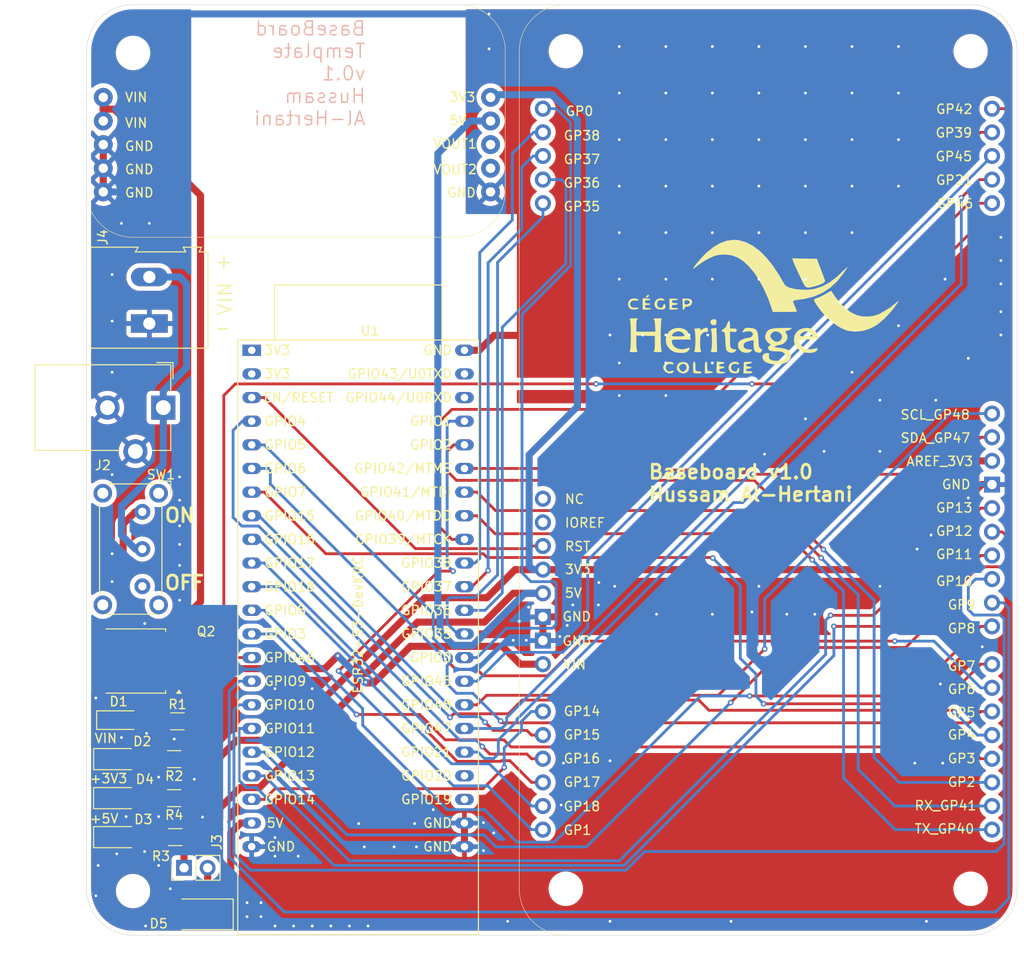
<source format=kicad_pcb>
(kicad_pcb (version 20240108) (generator "pcbnew") (generator_version "8.0")
  (layers (0 "F.Cu" signal) (31 "B.Cu" signal) (34 "B.Paste" user) (35 "F.Paste" user) (36 "B.SilkS" user "B.Silkscreen") (37 "F.SilkS" user "F.Silkscreen") (38 "B.Mask" user) (39 "F.Mask" user) (44 "Edge.Cuts" user))
  (net 0 "")
  (net 1 "Net-(D1-A)")
  (net 2 "VIN")
  (net 3 "Net-(D2-A)")
  (net 4 "GND")
  (net 5 "Net-(D3-A)")
  (net 6 "Net-(D4-A)")
  (net 8 "GP6")
  (net 9 "GP3")
  (net 10 "GP36")
  (net 11 "+3V3")
  (net 12 "GP17")
  (net 13 "GP42")
  (net 14 "GP8")
  (net 15 "GP48")
  (net 16 "GP18")
  (net 18 "GP40")
  (net 19 "GP9")
  (net 20 "GP14")
  (net 21 "GP37")
  (net 22 "+5V")
  (net 23 "GP10")
  (net 24 "GP7")
  (net 25 "~{RST}")
  (net 27 "GP45")
  (net 28 "GP46")
  (net 29 "GP12")
  (net 30 "GP4")
  (net 31 "GP35")
  (net 32 "GP16")
  (net 33 "GP5")
  (net 34 "GP1")
  (net 35 "GP0")
  (net 37 "GP39")
  (net 38 "GP38")
  (net 39 "GP41")
  (net 42 "GP21")
  (net 43 "GP11")
  (net 44 "GP13")
  (net 45 "GP15")
  (net 46 "GP2")
  (net 47 "GP47")
  (net 50 "/PWRA")
  (net 51 "/PWRB")
  (net 55 "/5V_AFT1")
  (net 56 "/5V_AFT2")
  (footprint "Resistor_SMD:R_1206_3216Metric_Pad1.30x1.75mm_HandSolder" (layer "F.Cu") (at 82.524 127.508)
    (property "Reference" "R1")
    (property "Value" "100k")
  )
  (footprint "Package_TO_SOT_SMD:TO-252-2" (layer "F.Cu") (at 77.944 121.03 180)
    (property "Reference" "Q2")
    (property "Value" "DMP6180SK3")
  )
  (footprint "myparts:BaseBoardTemplate" (layer "F.Cu") (at 122.75 100.5)
    (property "Reference" "J1" (hide yes))
    (property "Value" "BaseBoard" (hide yes))
    (fp_line (start -50 45) (end -50 -45) (stroke (width 0.05)) (layer "Edge.Cuts"))
    (fp_line (start -45 -50) (end 45 -50) (stroke (width 0.05)) (layer "Edge.Cuts"))
    (fp_line (start 45 50) (end -45 50) (stroke (width 0.05)) (layer "Edge.Cuts"))
    (fp_line (start 50 -45) (end 50 45) (stroke (width 0.05)) (layer "Edge.Cuts"))
    (fp_arc (start -50 -45) (mid -48.535534 -48.535534) (end -45 -50) (stroke (width 0.05)) (layer "Edge.Cuts"))
    (fp_arc (start -45 50) (mid -48.535534 48.535534) (end -50 45) (stroke (width 0.05)) (layer "Edge.Cuts"))
    (fp_arc (start 45 -50) (mid 48.535534 -48.535534) (end 50 -45) (stroke (width 0.05)) (layer "Edge.Cuts"))
    (fp_arc (start 50 45) (mid 48.535534 48.535534) (end 45 50) (stroke (width 0.05)) (layer "Edge.Cuts"))
  )
  (footprint "TerminalBlock:TerminalBlock_Altech_AK300-2_P5.00mm" (layer "F.Cu") (at 79.5 84.765 90)
    (property "Reference" "J4")
    (property "Value" "Screw_Terminal_01x02")
  )
  (footprint "Resistor_SMD:R_1206_3216Metric_Pad1.30x1.75mm_HandSolder" (layer "F.Cu") (at 82.169 135.763 180)
    (property "Reference" "R4")
    (property "Value" "470")
  )
  (footprint "Diode_SMD:D_SOD-123" (layer "F.Cu") (at 76.201 127.381)
    (property "Reference" "D1")
    (property "Value" "MMSZ52XXB")
  )
  (footprint "LED_SMD:LED_1206_3216Metric_Pad1.42x1.75mm_HandSolder" (layer "F.Cu") (at 75.972 139.954)
    (property "Reference" "D3")
    (property "Value" "LED")
  )
  (footprint "Button_Switch_THT:SW_E-Switch_EG1224_SPDT_Angled" (layer "F.Cu") (at 78.75 105 -90)
    (property "Reference" "SW1")
    (property "Value" "SW_SPDT")
  )
  (footprint "LED_SMD:LED_1206_3216Metric_Pad1.42x1.75mm_HandSolder" (layer "F.Cu") (at 75.972 135.763)
    (property "Reference" "D4")
    (property "Value" "LED")
  )
  (footprint "LED_SMD:LED_1206_3216Metric_Pad1.42x1.75mm_HandSolder" (layer "F.Cu") (at 75.9825 131.572)
    (property "Reference" "D2")
    (property "Value" "LED")
  )
  (footprint "Espressif:ESP32-S3-DevKitC" (layer "F.Cu") (at 90.5 87.64)
    (property "Reference" "U1")
    (property "Value" "ESP32-S3-DevKitC")
  )
  (footprint "Connector_PinHeader_2.54mm:PinHeader_1x02_P2.54mm_Vertical" (layer "F.Cu") (at 83.225 143.25 90)
    (property "Reference" "J3")
    (property "Value" "Conn_01x02")
  )
  (footprint "Resistor_SMD:R_1206_3216Metric_Pad1.30x1.75mm_HandSolder" (layer "F.Cu") (at 82.169 131.572 180)
    (property "Reference" "R2")
    (property "Value" "2.4k")
  )
  (footprint "logos:heritage-logo" (layer "F.Cu") (at 145.034 82.931)
    (property "Reference" "G***" (hide yes))
    (property "Value" "LOGO" (hide yes))
  )
  (footprint "Resistor_SMD:R_1206_3216Metric_Pad1.30x1.75mm_HandSolder" (layer "F.Cu") (at 82.296 139.954 180)
    (property "Reference" "R3")
    (property "Value" "470")
  )
  (footprint "Diode_SMD:D_SMA" (layer "F.Cu") (at 85 148.25 180)
    (property "Reference" "D5")
    (property "Value" "LSM115JE3")
  )
  (footprint "Connector_BarrelJack:BarrelJack_CUI_PJ-102AH_Horizontal" (layer "F.Cu") (at 81 93.8 -90)
    (property "Reference" "J2")
    (property "Value" "Barrel_Jack_Switch")
  )
  (gr_text "VIN" (at 88.519 83.982464 90) (layer "F.SilkS") (effects (font (size 1.5 1.5)) (justify left bottom)))
  (gr_text "Baseboard v1.0\nHussam Al-Hertani" (at 133 104 0) (layer "F.SilkS") (effects (font (size 1.5 1.5) (thickness 0.3) (bold yes)) (justify left bottom)))
  (gr_text "+5V" (at 73.025 138.557 0) (layer "F.SilkS") (effects (font (size 1 1)) (justify left bottom)))
  (gr_text "-" (at 86.36 86.106 0) (layer "F.SilkS") (effects (font (size 1.5 1.5)) (justify left bottom)))
  (gr_text "ON\n\n\nOFF" (at 81 113.5 0) (layer "F.SilkS") (effects (font (size 1.5 1.5) (thickness 0.3) (bold yes)) (justify left bottom)))
  (gr_text "VIN" (at 73.533 129.921 0) (layer "F.SilkS") (effects (font (size 1 1)) (justify left bottom)))
  (gr_text "+" (at 86.487 78.994 0) (layer "F.SilkS") (effects (font (size 1.5 1.5)) (justify left bottom)))
  (gr_text "+3V3" (at 73.025 134.239 0) (layer "F.SilkS") (effects (font (size 1 1)) (justify left bottom)))
  (segment (start 77.6725 127.4775) (end 80.9275 127.4775) (width 0.3048) (layer "F.Cu") (net 1))
  (segment (start 82.423 124.587) (end 82.55 124.587) (width 0.3048) (layer "F.Cu") (net 1))
  (segment (start 80.9275 127.4775) (end 80.9275 126.0825) (width 0.3048) (layer "F.Cu") (net 1))
  (segment (start 80.9275 127.4775) (end 80.95 127.5) (width 0.3048) (layer "F.Cu") (net 1))
  (segment (start 82.984 124.153) (end 82.984 123.31) (width 0.3048) (layer "F.Cu") (net 1))
  (segment (start 82.55 124.587) (end 82.984 124.153) (width 0.3048) (layer "F.Cu") (net 1))
  (segment (start 80.9275 126.0825) (end 82.423 124.587) (width 0.3048) (layer "F.Cu") (net 1))
  (segment (start 102.803 123.3881) (end 102.7318 123.3169) (width 0.762) (layer "F.Cu") (net 2))
  (segment (start 82.984 116.66) (end 82.984 118.75) (width 0.762) (layer "F.Cu") (net 2))
  (segment (start 98.3544 121.8487) (end 86.36 121.8487) (width 0.762) (layer "F.Cu") (net 2))
  (segment (start 75.73 61.73) (end 85 71) (width 0.762) (layer "F.Cu") (net 2))
  (segment (start 86.36 121.8487) (end 84.6167 121.8487) (width 0.762) (layer "F.Cu") (net 2))
  (segment (start 79.728 125.25) (end 81.026 123.952) (width 0.762) (layer "F.Cu") (net 2))
  (segment (start 98.3544 121.8487) (end 99.7495 120.4536) (width 0.762) (layer "F.Cu") (net 2))
  (segment (start 107.5467 119.4519) (end 103.6105 123.3881) (width 0.762) (layer "F.Cu") (net 2))
  (segment (start 74.55 60.46) (end 74.55 61.73) (width 0.762) (layer "F.Cu") (net 2))
  (segment (start 84.6167 121.8487) (end 82.984 120.216) (width 0.762) (layer "F.Cu") (net 2))
  (segment (start 83.719 131.572) (end 84.836 131.572) (width 0.762) (layer "F.Cu") (net 2))
  (segment (start 84.836 131.572) (end 86.36 130.048) (width 0.762) (layer "F.Cu") (net 2))
  (segment (start 82.984 118.75) (end 82.984 120.216) (width 0.762) (layer "F.Cu") (net 2))
  (segment (start 86.36 130.048) (end 86.36 121.8487) (width 0.762) (layer "F.Cu") (net 2))
  (segment (start 103.6105 123.3881) (end 102.803 123.3881) (width 0.762) (layer "F.Cu") (net 2))
  (segment (start 117.4321 119.4519) (end 107.5467 119.4519) (width 0.762) (layer "F.Cu") (net 2))
  (segment (start 85 114.644) (end 82.984 116.66) (width 0.762) (layer "F.Cu") (net 2))
  (segment (start 74.55 61.73) (end 74.55 63) (width 0.762) (layer "F.Cu") (net 2))
  (segment (start 74.551 127.381) (end 74.551 127.656) (width 0.762) (layer "F.Cu") (net 2))
  (segment (start 74.551 126.199) (end 75.5 125.25) (width 0.762) (layer "F.Cu") (net 2))
  (segment (start 74.55 61.73) (end 75.73 61.73) (width 0.762) (layer "F.Cu") (net 2))
  (segment (start 81.026 122.174) (end 82.984 120.216) (width 0.762) (layer "F.Cu") (net 2))
  (segment (start 75.5 125.25) (end 79.728 125.25) (width 0.762) (layer "F.Cu") (net 2))
  (segment (start 85 71) (end 85 114.644) (width 0.762) (layer "F.Cu") (net 2))
  (segment (start 121.79 121.37) (end 119.3502 121.37) (width 0.762) (layer "F.Cu") (net 2))
  (segment (start 81.026 123.952) (end 81.026 122.174) (width 0.762) (layer "F.Cu") (net 2))
  (segment (start 119.3502 121.37) (end 117.4321 119.4519) (width 0.762) (layer "F.Cu") (net 2))
  (segment (start 74.551 127.381) (end 74.551 126.199) (width 0.762) (layer "F.Cu") (net 2))
  (via (at 102.7318 123.3169) (size 0.7) (drill 0.3) (layers "F.Cu" "B.Cu") (net 2))
  (via (at 99.7495 120.4536) (size 0.7) (drill 0.3) (layers "F.Cu" "B.Cu") (net 2))
  (segment (start 102.6128 123.3169) (end 102.7318 123.3169) (width 0.762) (layer "B.Cu") (net 2))
  (segment (start 99.7495 120.4536) (end 102.6128 123.3169) (width 0.762) (layer "B.Cu") (net 2))
  (segment (start 80.619 131.572) (end 77.47 131.572) (width 0.3048) (layer "F.Cu") (net 3))
  (segment (start 125.2 116.29) (end 121.79 116.29) (width 0.762) (layer "F.Cu") (net 4))
  (segment (start 132.5 86) (end 132.5421 86.0421) (width 0.762) (layer "F.Cu") (net 4))
  (segment (start 129.5 113) (end 127.75 114.75) (width 0.762) (layer "F.Cu") (net 4))
  (segment (start 132.4579 86.0421) (end 132.5 86) (width 0.762) (layer "F.Cu") (net 4))
  (segment (start 139.4579 86.0421) (end 139.5 86) (width 0.762) (layer "F.Cu") (net 4))
  (segment (start 139.5421 86.0421) (end 139.9579 86.0421) (width 0.762) (layer "F.Cu") (net 4))
  (segment (start 128.9579 86.0421) (end 129 86) (width 0.762) (layer "F.Cu") (net 4))
  (segment (start 132.5421 86.0421) (end 134.9579 86.0421) (width 0.762) (layer "F.Cu") (net 4))
  (segment (start 121.3864 86.0421) (end 116.5406 86.0421) (width 0.762) (layer "F.Cu") (net 4))
  (segment (start 135.0421 86.0421) (end 137.4579 86.0421) (width 0.762) (layer "F.Cu") (net 4))
  (segment (start 134.9579 86.0421) (end 135 86) (width 0.762) (layer "F.Cu") (net 4))
  (segment (start 139.9579 86.0421) (end 140 86) (width 0.762) (layer "F.Cu") (net 4))
  (segment (start 129 86) (end 129.0421 86.0421) (width 0.762) (layer "F.Cu") (net 4))
  (segment (start 127.75 114.75) (end 127.75 115) (width 0.762) (layer "F.Cu") (net 4))
  (segment (start 137.4579 86.0421) (end 137.5 86) (width 0.762) (layer "F.Cu") (net 4))
  (segment (start 137.5421 86.0421) (end 139.4579 86.0421) (width 0.762) (layer "F.Cu") (net 4))
  (segment (start 126.0421 86.0421) (end 128.9579 86.0421) (width 0.762) (layer "F.Cu") (net 4))
  (segment (start 126.21 116.29) (end 125.2 116.29) (width 0.762) (layer "F.Cu") (net 4))
  (segment (start 74.55 68.08) (end 74.55 70.62) (width 0.762) (layer "F.Cu") (net 4))
  (segment (start 126 86) (end 126.0421 86.0421) (width 0.762) (layer "F.Cu") (net 4))
  (segment (start 113.36 87.64) (end 114.9427 87.64) (width 0.762) (layer "F.Cu") (net 4))
  (segment (start 116.5406 86.0421) (end 114.9427 87.64) (width 0.762) (layer "F.Cu") (net 4))
  (segment (start 121.3864 86.0421) (end 125.9579 86.0421) (width 0.762) (layer "F.Cu") (net 4))
  (segment (start 125.9579 86.0421) (end 126 86) (width 0.762) (layer "F.Cu") (net 4))
  (segment (start 135 86) (end 135.0421 86.0421) (width 0.762) (layer "F.Cu") (net 4))
  (segment (start 129.0421 86.0421) (end 132.4579 86.0421) (width 0.762) (layer "F.Cu") (net 4))
  (segment (start 158 113) (end 145 113) (width 0.762) (layer "F.Cu") (net 4))
  (segment (start 127.75 115) (end 127.5 115) (width 0.762) (layer "F.Cu") (net 4))
  (segment (start 127.5 115) (end 126.21 116.29) (width 0.762) (layer "F.Cu") (net 4))
  (segment (start 113.36 138.44) (end 113.36 140.98) (width 0.762) (layer "F.Cu") (net 4))
  (segment (start 145 113) (end 129.5 113) (width 0.762) (layer "F.Cu") (net 4))
  (segment (start 121.79 116.29) (end 121.79 118.83) (width 0.762) (layer "F.Cu") (net 4))
  (segment (start 170.05 102.066) (end 168.934 102.066) (width 0.762) (layer "F.Cu") (net 4))
  (segment (start 168.934 102.066) (end 158 113) (width 0.762) (layer "F.Cu") (net 4))
  (segment (start 137.5 86) (end 137.5421 86.0421) (width 0.762) (layer "F.Cu") (net 4))
  (segment (start 74.55 65.54) (end 74.55 68.08) (width 0.762) (layer "F.Cu") (net 4))
  (segment (start 139.5 86) (end 139.5421 86.0421) (width 0.762) (layer "F.Cu") (net 4))
  (via (at 150 70) (size 0.6) (drill 0.3) (layers "F.Cu" "B.Cu") (net 4))
  (via (at 160 65) (size 0.6) (drill 0.3) (layers "F.Cu" "B.Cu") (net 4))
  (via (at 76 141.75) (size 0.6) (drill 0.3) (layers "F.Cu" "B.Cu") (net 4))
  (via (at 145 60) (size 0.6) (drill 0.3) (layers "F.Cu" "B.Cu") (net 4))
  (via (at 79 117) (size 0.6) (drill 0.3) (layers "F.Cu" "B.Cu") (net 4))
  (via (at 123.75 136.5) (size 0.6) (drill 0.3) (layers "F.Cu" "B.Cu") (net 4))
  (via (at 160 60) (size 0.6) (drill 0.3) (layers "F.Cu" "B.Cu") (net 4))
  (via (at 155 90) (size 0.6) (drill 0.3) (layers "F.Cu" "B.Cu") (net 4))
  (via (at 81.75 145.5) (size 0.6) (drill 0.3) (layers "F.Cu" "B.Cu") (net 4))
  (via (at 140 116) (size 0.6) (drill 0.3) (layers "F.Cu" "B.Cu") (net 4))
  (via (at 140 89) (size 0.6) (drill 0.3) (layers "F.Cu" "B.Cu") (net 4))
  (via (at 129 131.75) (size 0.6) (drill 0.3) (layers "F.Cu" "B.Cu") (net 4))
  (via (at 80.5 143) (size 0.6) (drill 0.3) (layers "F.Cu" "B.Cu") (net 4))
  (via (at 116 55.25) (size 0.6) (drill 0.3) (layers "F.Cu" "B.Cu") (net 4))
  (via (at 134 116) (size 0.6) (drill 0.3) (layers "F.Cu" "B.Cu") (net 4))
  (via (at 99 149.5) (size 0.6) (drill 0.3) (layers "F.Cu" "B.Cu") (net 4))
  (via (at 150 60) (size 0.6) (drill 0.3) (layers "F.Cu" "B.Cu") (net 4))
  (via (at 75.5 90) (size 0.6) (drill 0.3) (layers "F.Cu" "B.Cu") (net 4))
  (via (at 140 70) (size 0.6) (drill 0.3) (layers "F.Cu" "B.Cu") (net 4))
  (via (at 130 75) (size 0.6) (drill 0.3) (layers "F.Cu" "B.Cu") (net 4))
  (via (at 110 137) (size 0.6) (drill 0.3) (layers "F.Cu" "B.Cu") (net 4))
  (via (at 137.5 86) (size 0.6) (drill 0.3) (layers "F.Cu" "B.Cu") (net 4))
  (via (at 74 143) (size 0.6) (drill 0.3) (layers "F.Cu" "B.Cu") (net 4))
  (via (at 93 142) (size 0.6) (drill 0.3) (layers "F.Cu" "B.Cu") (net 4))
  (via (at 82.169 129.413) (size 0.6) (drill 0.3) (layers "F.Cu" "B.Cu") (net 4))
  (via (at 171 86) (size 0.6) (drill 0.3) (layers "F.Cu" "B.Cu") (net 4))
  (via (at 171 83.5) (size 0.6) (drill 0.3) (layers "F.Cu" "B.Cu") (net 4))
  (via (at 90 148.5) (size 0.6) (drill 0.3) (layers "F.Cu" "B.Cu") (net 4))
  (via (at 116.5 139.5) (size 0.6) (drill 0.3) (layers "F.Cu" "B.Cu") (net 4))
  (via (at 144.25 115.75) (size 0.6) (drill 0.3) (layers "F.Cu" "B.Cu") (net 4))
  (via (at 160 85) (size 0.6) (drill 0.3) (layers "F.Cu" "B.Cu") (net 4))
  (via (at 127.8 112.6) (size 0.6) (drill 0.3) (layers "F.Cu" "B.Cu") (net 4))
  (via (at 108 138.5) (size 0.6) (drill 0.3) (layers "F.Cu" "B.Cu") (net 4))
  (via (at 135 70) (size 0.6) (drill 0.3) (layers "F.Cu" "B.Cu") (net 4))
  (via (at 140 55) (size 0.6) (drill 0.3) (layers "F.Cu" "B.Cu") (net 4))
  (via (at 123.6 118.4) (size 0.6) (drill 0.3) (layers "F.Cu" "B.Cu") (net 4))
  (via (at 102.6 141) (size 0.6) (drill 0.3) (layers "F.Cu" "B.Cu") (net 4))
  (via (at 171 78) (size 0.6) (drill 0.3) (layers "F.Cu" "B.Cu") (net 4))
  (via (at 103 149.5) (size 0.6) (drill 0.3) (layers "F.Cu" "B.Cu") (net 4))
  (via (at 102 138.5) (size 0.6) (drill 0.3) (layers "F.Cu" "B.Cu") (net 4))
  (via (at 82.75 108.5) (size 0.6) (drill 0.3) (layers "F.Cu" "B.Cu") (net 4))
  (via (at 145 55) (size 0.6) (drill 0.3) (layers "F.Cu" "B.Cu") (net 4))
  (via (at 130 65) (size 0.6) (drill 0.3) (layers "F.Cu" "B.Cu") (net 4))
  (via (at 124.4 117.2) (size 0.6) (drill 0.3) (layers "F.Cu" "B.Cu") (net 4))
  (via (at 105.8 141) (size 0.6) (drill 0.3) (layers "F.Cu" "B.Cu") (net 4))
  (via (at 76.5 129.25) (size 0.6) (drill 0.3) (layers "F.Cu" "B.Cu") (net 4))
  (via (at 135 65) (size 0.6) (drill 0.3) (layers "F.Cu" "B.Cu") (net 4))
  (via (at 84.328 133.731) (size 0.6) (drill 0.3) (layers "F.Cu" "B.Cu") (net 4))
  (via (at 164.75 132) (size 0.6) (drill 0.3) (layers "F.Cu" "B.Cu") (net 4))
  (via (at 120.25 115.25) (size 0.6) (drill 0.3) (layers "F.Cu" "B.Cu") (net 4))
  (via (at 130 55) (size 0.6) (drill 0.3) (layers "F.Cu" "B.Cu") (net 4))
  (via (at 150 95) (size 0.6) (drill 0.3) (layers "F.Cu" "B.Cu") (net 4))
  (via (at 75.5 79.5) (size 0.6) (drill 0.3) (layers "F.Cu" "B.Cu") (net 4))
  (via (at 120 118.8) (size 0.6) (drill 0.3) (layers "F.Cu" "B.Cu") (net 4))
  (via (at 139.5 86) (size 0.6) (drill 0.3) (layers "F.Cu" "B.Cu") (net 4))
  (via (at 79.5 74) (size 0.6) (drill 0.3) (layers "F.Cu" "B.Cu") (net 4))
  (via (at 130 80) (size 0.6) (drill 0.3) (layers "F.Cu" "B.Cu") (net 4))
  (via (at 167.5 88.5) (size 0.6) (drill 0.3) (layers "F.Cu" "B.Cu") (net 4))
  (via (at 118 149) (size 0.6) (drill 0.3) (layers "F.Cu" "B.Cu") (net 4))
  (via (at 130 92.5) (size 0.6) (drill 0.3) (layers "F.Cu" "B.Cu") (net 4))
  (via (at 155 60) (size 0.6) (drill 0.3) (layers "F.Cu" "B.Cu") (net 4))
  (via (at 155 75) (size 0.6) (drill 0.3) (layers "F.Cu" "B.Cu") (net 4))
  (via (at 82.75 103.75) (size 0.6) (drill 0.3) (layers "F.Cu" "B.Cu") (net 4))
  (via (at 124 132) (size 0.6) (drill 0.3) (layers "F.Cu" "B.Cu") (net 4))
  (via (at 80.5 133.5) (size 0.6) (drill 0.3) (layers "F.Cu" "B.Cu") (net 4))
  (via (at 82.75 101.25) (size 0.6) (drill 0.3) (layers "F.Cu" "B.Cu") (net 4))
  (via (at 77 137.75) (size 0.6) (drill 0.3) (layers "F.Cu" "B.Cu") (net 4))
  (via (at 132.5 86) (size 0.6) (drill 0.3) (layers "F.Cu" "B.Cu") (net 4))
  (via (at 164 93) (size 0.6) (drill 0.3) (layers "F.Cu" "B.Cu") (net 4))
  (via (at 116 51.5) (size 0.7) (drill 0.3) (layers "F.Cu" "B.Cu") (net 4))
  (via (at 164.5 123.5) (size 0.6) (drill 0.3) (layers "F.Cu" "B.Cu") (net 4))
  (via (at 165 80) (size 0.6) (drill 0.3) (layers "F.Cu" "B.Cu") (net 4))
  (via (at 135 86) (size 0.6) (drill 0.3) (layers "F.Cu" "B.Cu") (net 4))
  (via (at 142 149) (size 0.6) (drill 0.3) (layers "F.Cu" "B.Cu") (net 4))
  (via (at 162 109) (size 0.6) (drill 0.3) (layers "F.Cu" "B.Cu") (net 4))
  (via (at 82.75 114.5) (size 0.6) (drill 0.3) (layers "F.Cu" "B.Cu") (net 4))
  (via (at 140 60) (size 0.6) (drill 0.3) (layers "F.Cu" "B.Cu") (net 4))
  (via (at 80.5 137.75) (size 0.6) (drill 0.3) (layers "F.Cu" "B.Cu") (net 4))
  (via (at 79.2 128.8) (size 0.6) (drill 0.3) (layers "F.Cu" "B.Cu") (net 4))
  (via (at 160 70) (size 0.6) (drill 0.3) (layers "F.Cu" "B.Cu") (net 4))
  (via (at 130 70) (size 0.6) (drill 0.3) (layers "F.Cu" "B.Cu") (net 4))
  (via (at 127.75 115) (size 0.6) (drill 0.3) (layers "F.Cu" "B.Cu") (net 4))
  (via (at 82.75 110.75) (size 0.6) (drill 0.3) (layers "F.Cu" "B.Cu") (net 4))
  (via (at 129.5 113) (size 0.6) (drill 0.3) (layers "F.Cu" "B.Cu") (net 4))
  (via (at 91.5 148.5) (size 0.6) (drill 0.3) (layers "F.Cu" "B.Cu") (net 4))
  (via (at 155 55) (size 0.6) (drill 0.3) (layers "F.Cu" "B.Cu") (net 4))
  (via (at 85.217 137.795) (size 0.6) (drill 0.3) (layers "F.Cu" "B.Cu") (net 4))
  (via (at 97 149.5) (size 0.6) (drill 0.3) (layers "F.Cu" "B.Cu") (net 4))
  (via (at 145 113) (size 0.6) (drill 0.3) (layers "F.Cu" "B.Cu") (net 4))
  (via (at 135 80) (size 0.6) (drill 0.3) (layers "F.Cu" "B.Cu") (net 4))
  (via (at 145 75) (size 0.6) (drill 0.3) (layers "F.Cu" "B.Cu") (net 4))
  (via (at 130 60) (size 0.6) (drill 0.3) (layers "F.Cu" "B.Cu") (net 4))
  (via (at 118.6 118.8) (size 0.6) (drill 0.3) (layers "F.Cu" "B.Cu") (net 4))
  (via (at 145.6 98.8) (size 0.6) (drill 0.3) (layers "F.Cu" "B.Cu") (net 4))
  (via (at 155 70) (size 0.6) (drill 0.3) (layers "F.Cu" "B.Cu") (net 4))
  (via (at 115.4 141.4) (size 0.6) (drill 0.3) (layers "F.Cu" "B.Cu") (net 4))
  (via (at 119.25 116.75) (size 0.6) (drill 0.3) (layers "F.Cu" "B.Cu") (net 4))
  (via (at 158 93) (size 0.6) (drill 0.3) (layers "F.Cu" "B.Cu") (net 4))
  (via (at 93 124) (size 0.6) (drill 0.3) (layers "F.Cu" "B.Cu") (net 4))
  (via (at 75.5 109.5) (size 0.6) (drill 0.3) (layers "F.Cu" "B.Cu") (net 4))
  (via (at 171 80.5) (size 0.6) (drill 0.3) (layers "F.Cu" "B.Cu") (net 4))
  (via (at 150 65) (size 0.6) (drill 0.3) (layers "F.Cu" "B.Cu") (net 4))
  (via (at 130 89) (size 0.6) (drill 0.3) (layers "F.Cu" "B.Cu") (net 4))
  (via (at 140 75) (size 0.6) (drill 0.3) (layers "F.Cu" "B.Cu") (net 4))
  (via (at 148 116) (size 0.6) (drill 0.3) (layers "F.Cu" "B.Cu") (net 4))
  (via (at 135 60) (size 0.6) (drill 0.3) (layers "F.Cu" "B.Cu") (net 4))
  (via (at 93 149.5) (size 0.6) (drill 0.3) (layers "F.Cu" "B.Cu") (net 4))
  (via (at 158 98.5) (size 0.6) (drill 0.3) (layers "F.Cu" "B.Cu") (net 4))
  (via (at 101 149.5) (size 0.6) (drill 0.3) (layers "F.Cu" "B.Cu") (net 4))
  (via (at 160 55) (size 0.6) (drill 0.3) (layers "F.Cu" "B.Cu") (net 4))
  (via (at 171 75.5) (size 0.6) (drill 0.3) (layers "F.Cu" "B.Cu") (net 4))
  (via (at 82.75 106.5) (size 0.6) (drill 0.3) (layers "F.Cu" "B.Cu") (net 4))
  (via (at 97 124) (size 0.6) (drill 0.3) (layers "F.Cu" "B.Cu") (net 4))
  (via (at 73.75 146.25) (size 0.6) (drill 0.3) (layers "F.Cu" "B.Cu") (net 4))
  (via (at 76.5 74) (size 0.6) (drill 0.3) (layers "F.Cu" "B.Cu") (net 4))
  (via (at 79 141.5) (size 0.6) (drill 0.3) (layers "F.Cu" "B.Cu") (net 4))
  (via (at 90 147) (size 0.6) (drill 0.3) (layers "F.Cu" "B.Cu") (net 4))
  (via (at 145 65) (size 0.6) (drill 0.3) (layers "F.Cu" "B.Cu") (net 4))
  (via (at 108.2 141) (size 0.6) (drill 0.3) (layers "F.Cu" "B.Cu") (net 4))
  (via (at 140 80) (size 0.6) (drill 0.3) (layers "F.Cu" "B.Cu") (net 4))
  (via (at 169 119.5) (size 0.6) (drill 0.3) (layers "F.Cu" "B.Cu") (net 4))
  (via (at 75.5 101) (size 0.6) (drill 0.3) (layers "F.Cu" "B.Cu") (net 4))
  (via (at 75.5 112.5) (size 0.6) (drill 0.3) (layers "F.Cu" "B.Cu") (net 4))
  (via (at 145 80) (size 0.6) (drill 0.3) (layers "F.Cu" "B.Cu") (net 4))
  (via (at 152 98.5) (size 0.6) (drill 0.3) (layers "F.Cu" "B.Cu") (net 4))
  (via (at 91.5 147) (size 0.6) (drill 0.3) (layers "F.Cu" "B.Cu") (net 4))
  (via (at 135 92.5) (size 0.6) (drill 0.3) (layers "F.Cu" "B.Cu") (net 4))
  (via (at 129 86) (size 0.6) (drill 0.3) (layers "F.Cu" "B.Cu") (net 4))
  (via (at 151 116) (size 0.6) (drill 0.3) (layers "F.Cu" "B.Cu") (net 4))
  (via (at 95.5 142) (size 0.6) (drill 0.3) (layers "F.Cu" "B.Cu") (net 4))
  (via (at 75.5 84.5) (size 0.6) (drill 0.3) (layers "F.Cu" "B.Cu") (net 4))
  (via (at 73.75 125) (size 0.6) (drill 0.3) (layers "F.Cu" "B.Cu") (net 4))
  (via (at 150 55) (size 0.6) (drill 0.3) (layers "F.Cu" "B.Cu") (net 4))
  (via (at 135 55) (size 0.6) (drill 0.3) (layers "F.Cu" "B.Cu") (net 4))
  (via (at 115.4 138.4) (size 0.6) (drill 0.3) (layers "F.Cu" "B.Cu") (net 4))
  (via (at 167.5 103.5) (size 0.6) (drill 0.3) (layers "F.Cu" "B.Cu") (net 4))
  (via (at 135 75) (size 0.6) (drill 0.3) (layers "F.Cu" "B.Cu") (net 4))
  (via (at 135 89) (size 0.6) (drill 0.3) (layers "F.Cu" "B.Cu") (net 4))
  (via (at 150 75) (size 0.6) (drill 0.3) (layers "F.Cu" "B.Cu") (net 4))
  (via (at 93 140) (size 0.6) (drill 0.3) (layers "F.Cu" "B.Cu") (net 4))
  (via (at 158 113) (size 0.6) (drill 0.3) (layers "F.Cu" "B.Cu") (net 4))
  (via (at 161.75 132) (size 0.6) (drill 0.3) (layers "F.Cu" "B.Cu") (net 4))
  (via (at 79.1 149.5) (size 0.6) (drill 0.3) (layers "F.Cu" "B.Cu") (net 4))
  (via (at 150 80) (size 0.6) (drill 0.3) (layers "F.Cu" "B.Cu") (net 4))
  (via (at 95 149.5) (size 0.6) (drill 0.3) (layers "F.Cu" "B.Cu") (net 4))
  (via (at 125 115) (size 0.6) (drill 0.3) (layers "F.Cu" "B.Cu") (net 4))
  (via (at 155 65) (size 0.6) (drill 0.3) (layers "F.Cu" "B.Cu") (net 4))
  (via (at 163 149) (size 0.6) (drill 0.3) (layers "F.Cu" "B.Cu") (net 4))
  (via (at 163.5 107.5) (size 0.6) (drill 0.3) (layers "F.Cu" "B.Cu") (net 4))
  (via (at 140 65) (size 0.6) (drill 0.3) (layers "F.Cu" "B.Cu") (net 4))
  (via (at 129 149) (size 0.6) (drill 0.3) (layers "F.Cu" "B.Cu") (net 4))
  (via (at 145 70) (size 0.6) (drill 0.3) (layers "F.Cu" "B.Cu") (net 4))
  (segment (start 81.5 52.5) (end 81.5 58) (width 0.762) (layer "B.Cu") (net 4))
  (segment (start 116 51.5) (end 82.5 51.5) (width 0.762) (layer "B.Cu") (net 4))
  (segment (start 82.5 51.5) (end 81.5 52.5) (width 0.762) (layer "B.Cu") (net 4))
  (segment (start 81.5 58) (end 79 60.5) (width 0.762) (layer "B.Cu") (net 4))
  (segment (start 77.38 70.62) (end 74.55 70.62) (width 0.762) (layer "B.Cu") (net 4))
  (segment (start 79 60.5) (end 79 69) (width 0.762) (layer "B.Cu") (net 4))
  (segment (start 79 69) (end 77.38 70.62) (width 0.762) (layer "B.Cu") (net 4))
  (segment (start 80.746 139.954) (end 77.4595 139.954) (width 0.3048) (layer "F.Cu") (net 5))
  (segment (start 80.619 135.763) (end 77.4595 135.763) (width 0.3048) (layer "F.Cu") (net 6))
  (segment (start 111.3013 120.8096) (end 112.4217 121.93) (width 0.3048) (layer "F.Cu") (net 8))
  (segment (start 122.3005 122.613) (end 126.0191 118.8944) (width 0.3048) (layer "F.Cu") (net 8))
  (segment (start 114.7126 121.93) (end 115.3956 122.613) (width 0.3048) (layer "F.Cu") (net 8))
  (segment (start 112.4217 121.93) (end 114.7126 121.93) (width 0.3048) (layer "F.Cu") (net 8))
  (segment (start 126.0191 118.8944) (end 159.5933 118.8944) (width 0.3048) (layer "F.Cu") (net 8))
  (segment (start 115.3956 122.613) (end 122.3005 122.613) (width 0.3048) (layer "F.Cu") (net 8))
  (via (at 111.3013 120.8096) (size 0.6) (drill 0.3) (layers "F.Cu" "B.Cu") (net 8))
  (via (at 159.5933 118.8944) (size 0.6) (drill 0.3) (layers "F.Cu" "B.Cu") (net 8))
  (segment (start 163.8168 118.8945) (end 159.5933 118.8945) (width 0.3048) (layer "B.Cu") (net 8))
  (segment (start 92.5 100.5) (end 92.5 102.0083) (width 0.3048) (layer "B.Cu") (net 8))
  (segment (start 90.5 100.34) (end 92.34 100.34) (width 0.3048) (layer "B.Cu") (net 8))
  (segment (start 159.5933 118.8945) (end 159.5933 118.8944) (width 0.3048) (layer "B.Cu") (net 8))
  (segment (start 168.8323 123.91) (end 163.8168 118.8945) (width 0.3048) (layer "B.Cu") (net 8))
  (segment (start 92.34 100.34) (end 92.5 100.5) (width 0.3048) (layer "B.Cu") (net 8))
  (segment (start 92.5 102.0083) (end 111.3013 120.8096) (width 0.3048) (layer "B.Cu") (net 8))
  (segment (start 170.05 123.91) (end 168.8323 123.91) (width 0.3048) (layer "B.Cu") (net 8))
  (segment (start 167.5608 130.2585) (end 118.3514 130.2585) (width 0.3048) (layer "F.Cu") (net 9))
  (segment (start 108.5535 126.7704) (end 101.7674 126.7704) (width 0.3048) (layer "F.Cu") (net 9))
  (segment (start 117.5879 129.495) (end 111.2781 129.495) (width 0.3048) (layer "F.Cu") (net 9))
  (segment (start 168.8323 131.53) (end 167.5608 130.2585) (width 0.3048) (layer "F.Cu") (net 9))
  (segment (start 118.3514 130.2585) (end 117.5879 129.495) (width 0.3048) (layer "F.Cu") (net 9))
  (segment (start 111.2781 129.495) (end 108.5535 126.7704) (width 0.3048) (layer "F.Cu") (net 9))
  (segment (start 170.05 131.53) (end 168.8323 131.53) (width 0.3048) (layer "F.Cu") (net 9))
  (via (at 101.7674 126.7704) (size 0.6) (drill 0.3) (layers "F.Cu" "B.Cu") (net 9))
  (segment (start 101.7674 126.7704) (end 93.117 118.12) (width 0.3048) (layer "B.Cu") (net 9))
  (segment (start 93.117 118.12) (end 91.8541 118.12) (width 0.3048) (layer "B.Cu") (net 9))
  (segment (start 90.5 118.12) (end 91.8541 118.12) (width 0.3048) (layer "B.Cu") (net 9))
  (segment (start 113.36 115.58) (end 115.56705 115.58) (width 0.3048) (layer "B.Cu") (net 10))
  (segment (start 117.4247 85.1677) (end 124.2618 78.3306) (width 0.3048) (layer "B.Cu") (net 10))
  (segment (start 124.2618 78.3306) (end 124.2618 69.7618) (width 0.3048) (layer "B.Cu") (net 10))
  (segment (start 123.8 69.3) (end 121.79 69.3) (width 0.3048) (layer "B.Cu") (net 10))
  (segment (start 115.56705 115.58) (end 117.4247 113.72235) (width 0.3048) (layer "B.Cu") (net 10))
  (segment (start 117.4247 113.72235) (end 117.4247 85.1677) (width 0.3048) (layer "B.Cu") (net 10))
  (segment (start 124.2618 69.7618) (end 123.8 69.3) (width 0.3048) (layer "B.Cu") (net 10))
  (segment (start 118.798 111.21) (end 115.7812 114.2268) (width 0.762) (layer "F.Cu") (net 11))
  (segment (start 123.2363 111.21) (end 156.9197 111.21) (width 0.762) (layer "F.Cu") (net 11))
  (segment (start 86.614 134.62) (end 85.471 135.763) (width 0.762) (layer "F.Cu") (net 11))
  (segment (start 85.471 135.763) (end 83.719 135.763) (width 0.762) (layer "F.Cu") (net 11))
  (segment (start 88.89 129.55) (end 86.614 131.826) (width 0.762) (layer "F.Cu") (net 11))
  (segment (start 121.79 111.21) (end 118.798 111.21) (width 0.762) (layer "F.Cu") (net 11))
  (segment (start 156.9197 111.21) (end 168.6037 99.526) (width 0.762) (layer "F.Cu") (net 11))
  (segment (start 121.79 111.21) (end 123.2363 111.21) (width 0.762) (layer "F.Cu") (net 11))
  (segment (start 93.7731 129.55) (end 88.89 129.55) (width 0.762) (layer "F.Cu") (net 11))
  (segment (start 109.0963 114.2268) (end 93.7731 129.55) (width 0.762) (layer "F.Cu") (net 11))
  (segment (start 86.614 131.826) (end 86.614 134.62) (width 0.762) (layer "F.Cu") (net 11))
  (segment (start 170.05 99.526) (end 168.6037 99.526) (width 0.762) (layer "F.Cu") (net 11))
  (segment (start 115.7812 114.2268) (end 109.0963 114.2268) (width 0.762) (layer "F.Cu") (net 11))
  (segment (start 125.5 93.677) (end 120.3119 98.8651) (width 0.762) (layer "B.Cu") (net 11))
  (segment (start 120.3119 98.8651) (end 120.3119 110.8119) (width 0.762) (layer "B.Cu") (net 11))
  (segment (start 120.71 111.21) (end 121.79 111.21) (width 0.762) (layer "B.Cu") (net 11))
  (segment (start 120.3119 110.8119) (end 120.71 111.21) (width 0.762) (layer "B.Cu") (net 11))
  (segment (start 125.5 62.8916) (end 125.5 93.677) (width 0.762) (layer "B.Cu") (net 11))
  (segment (start 116.4483 60.1767) (end 122.7851 60.1767) (width 0.762) (layer "B.Cu") (net 11))
  (segment (start 116.165 60.46) (end 116.4483 60.1767) (width 0.762) (layer "B.Cu") (net 11))
  (segment (start 122.7851 60.1767) (end 125.5 62.8916) (width 0.762) (layer "B.Cu") (net 11))
  (segment (start 118.2404 131.7381) (end 120.5723 134.07) (width 0.3048) (layer "F.Cu") (net 12))
  (segment (start 121.79 134.07) (end 120.5723 134.07) (width 0.3048) (layer "F.Cu") (net 12))
  (segment (start 117.3361 131.7381) (end 118.2404 131.7381) (width 0.3048) (layer "F.Cu") (net 12))
  (segment (start 112.5659 131.8082) (end 117.266 131.8082) (width 0.3048) (layer "F.Cu") (net 12))
  (segment (start 117.266 131.8082) (end 117.3361 131.7381) (width 0.3048) (layer "F.Cu") (net 12))
  (segment (start 109.4127 128.5728) (end 109.4127 128.655) (width 0.3048) (layer "F.Cu") (net 12))
  (segment (start 109.4127 128.655) (end 112.5659 131.8082) (width 0.3048) (layer "F.Cu") (net 12))
  (via (at 109.4127 128.5728) (size 0.6) (drill 0.3) (layers "F.Cu" "B.Cu") (net 12))
  (segment (start 91.8541 110.5) (end 109.4127 128.0586) (width 0.3048) (layer "B.Cu") (net 12))
  (segment (start 109.4127 128.0586) (end 109.4127 128.5728) (width 0.3048) (layer "B.Cu") (net 12))
  (segment (start 90.5 110.5) (end 91.8541 110.5) (width 0.3048) (layer "B.Cu") (net 12))
  (segment (start 168.75 74) (end 170.25 74) (width 0.3048) (layer "F.Cu") (net 13))
  (segment (start 134.8818 100.5) (end 142.25 100.5) (width 0.3048) (layer "F.Cu") (net 13))
  (segment (start 171.43 61.68) (end 170.05 61.68) (width 0.3048) (layer "F.Cu") (net 13))
  (segment (start 142.25 100.5) (end 168.75 74) (width 0.3048) (layer "F.Cu") (net 13))
  (segment (start 172 72.25) (end 172 62.25) (width 0.3048) (layer "F.Cu") (net 13))
  (segment (start 113.36 100.34) (end 134.7218 100.34) (width 0.3048) (layer "F.Cu") (net 13))
  (segment (start 134.7218 100.34) (end 134.8818 100.5) (width 0.3048) (layer "F.Cu") (net 13))
  (segment (start 170.25 74) (end 172 72.25) (width 0.3048) (layer "F.Cu") (net 13))
  (segment (start 172 62.25) (end 171.43 61.68) (width 0.3048) (layer "F.Cu") (net 13))
  (segment (start 144 124.7814) (end 161.3569 124.7814) (width 0.3048) (layer "F.Cu") (net 14))
  (segment (start 168.8323 117.306) (end 170.05 117.306) (width 0.3048) (layer "F.Cu") (net 14))
  (segment (start 161.3569 124.7814) (end 168.8323 117.306) (width 0.3048) (layer "F.Cu") (net 14))
  (via (at 144 124.7814) (size 0.6) (drill 0.3) (layers "F.Cu" "B.Cu") (net 14))
  (segment (start 115.509 137) (end 111.5 137) (width 0.3048) (layer "B.Cu") (net 14))
  (segment (start 111.5 137) (end 102.4215 127.9215) (width 0.3048) (layer "B.Cu") (net 14))
  (segment (start 144 124.7814) (end 138.7186 124.7814) (width 0.3048) (layer "B.Cu") (net 14))
  (segment (start 138.7186 124.7814) (end 123.0048 140.4952) (width 0.3048) (layer "B.Cu") (net 14))
  (segment (start 91.8541 115.58) (end 90.5 115.58) (width 0.3048) (layer "B.Cu") (net 14))
  (segment (start 102.4215 126.1474) (end 91.8541 115.58) (width 0.3048) (layer "B.Cu") (net 14))
  (segment (start 102.4215 127.9215) (end 102.4215 126.1474) (width 0.3048) (layer "B.Cu") (net 14))
  (segment (start 123.0048 140.4952) (end 119.0042 140.4952) (width 0.3048) (layer "B.Cu") (net 14))
  (segment (start 119.0042 140.4952) (end 115.509 137) (width 0.3048) (layer "B.Cu") (net 14))
  (segment (start 113.36 125.74) (end 114.7141 125.74) (width 0.3048) (layer "F.Cu") (net 15))
  (segment (start 140.6373 124.7156) (end 115.7385 124.7156) (width 0.3048) (layer "F.Cu") (net 15))
  (segment (start 115.7385 124.7156) (end 114.7141 125.74) (width 0.3048) (layer "F.Cu") (net 15))
  (segment (start 145.6179 119.735) (end 140.6373 124.7156) (width 0.3048) (layer "F.Cu") (net 15))
  (via (at 145.6179 119.735) (size 0.6) (drill 0.3) (layers "F.Cu" "B.Cu") (net 15))
  (segment (start 170.05 94.446) (end 165.5213 94.446) (width 0.3048) (layer "B.Cu") (net 15))
  (segment (start 165.5213 94.446) (end 145.6179 114.3494) (width 0.3048) (layer "B.Cu") (net 15))
  (segment (start 145.6179 114.3494) (end 145.6179 119.735) (width 0.3048) (layer "B.Cu") (net 15))
  (segment (start 90.5 113.04) (end 91.8541 113.04) (width 0.3048) (layer "B.Cu") (net 16))
  (segment (start 93.4945 113.04) (end 103.4669 123.0124) (width 0.3048) (layer "B.Cu") (net 16))
  (segment (start 116.0336 132.0713) (end 120.5723 136.61) (width 0.3048) (layer "B.Cu") (net 16))
  (segment (start 111.9602 132.0713) (end 116.0336 132.0713) (width 0.3048) (layer "B.Cu") (net 16))
  (segment (start 103.4669 123.578) (end 111.9602 132.0713) (width 0.3048) (layer "B.Cu") (net 16))
  (segment (start 121.79 136.61) (end 120.5723 136.61) (width 0.3048) (layer "B.Cu") (net 16))
  (segment (start 91.8541 113.04) (end 93.4945 113.04) (width 0.3048) (layer "B.Cu") (net 16))
  (segment (start 103.4669 123.0124) (end 103.4669 123.578) (width 0.3048) (layer "B.Cu") (net 16))
  (segment (start 114.7141 105.42) (end 116.6439 107.3498) (width 0.3048) (layer "F.Cu") (net 18))
  (segment (start 113.36 105.42) (end 114.7141 105.42) (width 0.3048) (layer "F.Cu") (net 18))
  (segment (start 147.9254 107.3498) (end 150.7339 110.1583) (width 0.3048) (layer "F.Cu") (net 18))
  (segment (start 116.6439 107.3498) (end 147.9254 107.3498) (width 0.3048) (layer "F.Cu") (net 18))
  (via (at 150.7339 110.1583) (size 0.6) (drill 0.3) (layers "F.Cu" "B.Cu") (net 18))
  (segment (start 154.0934 133.5934) (end 159.65 139.15) (width 0.3048) (layer "B.Cu") (net 18))
  (segment (start 150.7339 110.1583) (end 154.0934 113.5178) (width 0.3048) (layer "B.Cu") (net 18))
  (segment (start 159.65 139.15) (end 170.05 139.15) (width 0.3048) (layer "B.Cu") (net 18))
  (segment (start 154.0934 113.5178) (end 154.0934 133.5934) (width 0.3048) (layer "B.Cu") (net 18))
  (segment (start 170.4362 148) (end 171.8471 146.5891) (width 0.3048) (layer "B.Cu") (net 19))
  (segment (start 94 148) (end 170.4362 148) (width 0.3048) (layer "B.Cu") (net 19))
  (segment (start 171.8471 146.5891) (end 171.8471 115.341786) (width 0.3048) (layer "B.Cu") (net 19))
  (segment (start 89.1459 123.2) (end 88.0796 124.2663) (width 0.3048) (layer "B.Cu") (net 19))
  (segment (start 88.0796 124.2663) (end 88.0796 142.0796) (width 0.3048) (layer "B.Cu") (net 19))
  (segment (start 88.0796 142.0796) (end 94 148) (width 0.3048) (layer "B.Cu") (net 19))
  (segment (start 90.5 123.2) (end 89.1459 123.2) (width 0.3048) (layer "B.Cu") (net 19))
  (segment (start 169.408 114.766) (end 170.05 114.766) (width 0.3048) (layer "B.Cu") (net 19))
  (segment (start 171.271314 114.766) (end 170.05 114.766) (width 0.3048) (layer "B.Cu") (net 19))
  (segment (start 171.8471 115.341786) (end 171.271314 114.766) (width 0.3048) (layer "B.Cu") (net 19))
  (segment (start 92.9962 134.7515) (end 91.8504 135.8973) (width 0.3048) (layer "F.Cu") (net 20))
  (segment (start 117.6334 132.4608) (end 115.3427 134.7515) (width 0.3048) (layer "F.Cu") (net 20))
  (segment (start 90.4963 135.8973) (end 91.8504 135.8973) (width 0.3048) (layer "F.Cu") (net 20))
  (segment (start 115.3427 134.7515) (end 92.9962 134.7515) (width 0.3048) (layer "F.Cu") (net 20))
  (via (at 117.6334 132.4608) (size 0.6) (drill 0.3) (layers "F.Cu" "B.Cu") (net 20))
  (segment (start 117.6334 130.3666) (end 117.6334 132.4608) (width 0.3048) (layer "B.Cu") (net 20))
  (segment (start 120.55 126.45) (end 119.5 127.5) (width 0.3048) (layer "B.Cu") (net 20))
  (segment (start 121.79 126.45) (end 120.55 126.45) (width 0.3048) (layer "B.Cu") (net 20))
  (segment (start 119.5 127.5) (end 119.5 128.5) (width 0.3048) (layer "B.Cu") (net 20))
  (segment (start 119.5 128.5) (end 117.6334 130.3666) (width 0.3048) (layer "B.Cu") (net 20))
  (segment (start 114.1684 113.04) (end 115.9052 111.3032) (width 0.3048) (layer "F.Cu") (net 21))
  (segment (start 113.36 113.04) (end 114.1684 113.04) (width 0.3048) (layer "F.Cu") (net 21))
  (via (at 115.9052 111.3032) (size 0.6) (drill 0.3) (layers "F.Cu" "B.Cu") (net 21))
  (segment (start 119.5067 74.627) (end 115.9052 78.2285) (width 0.3048) (layer "B.Cu") (net 21))
  (segment (start 119.5067 67.9933) (end 119.5067 74.627) (width 0.3048) (layer "B.Cu") (net 21))
  (segment (start 115.9052 78.2285) (end 115.9052 111.3032) (width 0.3048) (layer "B.Cu") (net 21))
  (segment (start 120.74 66.76) (end 119.5067 67.9933) (width 0.3048) (layer "B.Cu") (net 21))
  (segment (start 121.79 66.76) (end 120.74 66.76) (width 0.3048) (layer "B.Cu") (net 21))
  (segment (start 83.846 140.904) (end 83.225 141.525) (width 0.762) (layer "F.Cu") (net 22))
  (segment (start 87.0585 137.9415) (end 85.046 139.954) (width 0.762) (layer "F.Cu") (net 22))
  (segment (start 87.0585 136.8425) (end 87.0585 137.9415) (width 0.762) (layer "F.Cu") (net 22))
  (segment (start 101.7681 122.9178) (end 101.7681 124.1955) (width 0.762) (layer "F.Cu") (net 22))
  (segment (start 91.3331 134.6305) (end 89.2705 134.6305) (width 0.762) (layer "F.Cu") (net 22))
  (segment (start 89.2705 134.6305) (end 87.0585 136.8425) (width 0.762) (layer "F.Cu") (net 22))
  (segment (start 83.225 141.525) (end 83.225 143.25) (width 0.762) (layer "F.Cu") (net 22))
  (segment (start 102.8143 122.3532) (end 102.3327 122.3532) (width 0.762) (layer "F.Cu") (net 22))
  (segment (start 83.846 139.954) (end 83.846 140.904) (width 0.762) (layer "F.Cu") (net 22))
  (segment (start 108.3175 116.85) (end 102.8143 122.3532) (width 0.762) (layer "F.Cu") (net 22))
  (segment (start 118.6033 113.75) (end 115.5033 116.85) (width 0.762) (layer "F.Cu") (net 22))
  (segment (start 102.3327 122.3532) (end 101.7681 122.9178) (width 0.762) (layer "F.Cu") (net 22))
  (segment (start 101.7681 124.1955) (end 91.3331 134.6305) (width 0.762) (layer "F.Cu") (net 22))
  (segment (start 115.5033 116.85) (end 108.3175 116.85) (width 0.762) (layer "F.Cu") (net 22))
  (segment (start 85.046 139.954) (end 83.846 139.954) (width 0.762) (layer "F.Cu") (net 22))
  (segment (start 121.79 113.75) (end 118.6033 113.75) (width 0.762) (layer "F.Cu") (net 22))
  (segment (start 119.8685 113.75) (end 114.2708 119.3477) (width 0.762) (layer "B.Cu") (net 22))
  (segment (start 110.5 66.5) (end 114 63) (width 0.762) (layer "B.Cu") (net 22))
  (segment (start 121.79 113.75) (end 119.8685 113.75) (width 0.762) (layer "B.Cu") (net 22))
  (segment (start 110.5 115.408716) (end 110.5 66.5) (width 0.762) (layer "B.Cu") (net 22))
  (segment (start 110.7342 115.642916) (end 110.5 115.408716) (width 0.762) (layer "B.Cu") (net 22))
  (segment (start 114 63) (end 116.165 63) (width 0.762) (layer "B.Cu") (net 22))
  (segment (start 112.1673 119.3477) (end 110.7342 117.9146) (width 0.762) (layer "B.Cu") (net 22))
  (segment (start 110.7342 117.9146) (end 110.7342 115.642916) (width 0.762) (layer "B.Cu") (net 22))
  (segment (start 114.2708 119.3477) (end 112.1673 119.3477) (width 0.762) (layer "B.Cu") (net 22))
  (segment (start 88.5884 126.2975) (end 88.5884 141.73595) (width 0.3048) (layer "B.Cu") (net 23))
  (segment (start 132.713895 141.5) (end 170.5 141.5) (width 0.3048) (layer "B.Cu") (net 23))
  (segment (start 170.5 141.5) (end 171.3423 140.6577) (width 0.3048) (layer "B.Cu") (net 23))
  (segment (start 168.274 112.226) (end 170.05 112.226) (width 0.3048) (layer "B.Cu") (net 23))
  (segment (start 123.420579 143.4976) (end 125.079421 143.4976) (width 0.3048) (layer "B.Cu") (net 23))
  (segment (start 171.3423 140.6577) (end 171.3423 116.5) (width 0.3048) (layer "B.Cu") (net 23))
  (segment (start 125.081821 143.5) (end 130.713895 143.5) (width 0.3048) (layer "B.Cu") (net 23))
  (segment (start 168.09 116.09) (end 167.5 115.5) (width 0.3048) (layer "B.Cu") (net 23))
  (segment (start 89.1459 125.74) (end 88.5884 126.2975) (width 0.3048) (layer "B.Cu") (net 23))
  (segment (start 167.5 115.5) (end 167.5 113) (width 0.3048) (layer "B.Cu") (net 23))
  (segment (start 130.713895 143.5) (end 132.713895 141.5) (width 0.3048) (layer "B.Cu") (net 23))
  (segment (start 125.079421 143.4976) (end 125.081821 143.5) (width 0.3048) (layer "B.Cu") (net 23))
  (segment (start 167.5 113) (end 168.274 112.226) (width 0.3048) (layer "B.Cu") (net 23))
  (segment (start 171.3423 116.5) (end 170.9323 116.09) (width 0.3048) (layer "B.Cu") (net 23))
  (segment (start 90.5 125.74) (end 89.1459 125.74) (width 0.3048) (layer "B.Cu") (net 23))
  (segment (start 88.5884 141.73595) (end 90.35245 143.5) (width 0.3048) (layer "B.Cu") (net 23))
  (segment (start 170.9323 116.09) (end 168.09 116.09) (width 0.3048) (layer "B.Cu") (net 23))
  (segment (start 123.418179 143.5) (end 123.420579 143.4976) (width 0.3048) (layer "B.Cu") (net 23))
  (segment (start 90.35245 143.5) (end 123.418179 143.5) (width 0.3048) (layer "B.Cu") (net 23))
  (segment (start 91.8541 102.88) (end 90.5 102.88) (width 0.3048) (layer "F.Cu") (net 24))
  (segment (start 115.799 109.9087) (end 115.3915 109.5012) (width 0.3048) (layer "F.Cu") (net 24))
  (segment (start 145.5 125.6241) (end 164.5782 125.6241) (width 0.3048) (layer "F.Cu") (net 24))
  (segment (start 139.9852 109.9087) (end 115.799 109.9087) (width 0.3048) (layer "F.Cu") (net 24))
  (segment (start 98.4753 109.5012) (end 91.8541 102.88) (width 0.3048) (layer "F.Cu") (net 24))
  (segment (start 140.03825 109.96175) (end 139.9852 109.9087) (width 0.3048) (layer "F.Cu") (net 24))
  (segment (start 168.8323 121.37) (end 170.05 121.37) (width 0.3048) (layer "F.Cu") (net 24))
  (segment (start 115.3915 109.5012) (end 98.4753 109.5012) (width 0.3048) (layer "F.Cu") (net 24))
  (segment (start 164.5782 125.6241) (end 168.8323 121.37) (width 0.3048) (layer "F.Cu") (net 24))
  (via (at 145.5 125.6241) (size 0.6) (drill 0.3) (layers "F.Cu" "B.Cu") (net 24))
  (via (at 140.03825 109.96175) (size 0.6) (drill 0.3) (layers "F.Cu" "B.Cu") (net 24))
  (segment (start 144.6785 124.8026) (end 144.6785 122.4285) (width 0.3048) (layer "B.Cu") (net 24))
  (segment (start 145.5 125.6241) (end 144.6785 124.8026) (width 0.3048) (layer "B.Cu") (net 24))
  (segment (start 143 120.75) (end 143 112.9235) (width 0.3048) (layer "B.Cu") (net 24))
  (segment (start 144.6785 122.4285) (end 143 120.75) (width 0.3048) (layer "B.Cu") (net 24))
  (segment (start 143 112.9235) (end 140.03825 109.96175) (width 0.3048) (layer "B.Cu") (net 24))
  (segment (start 108.0841 108.95) (end 91.8541 92.72) (width 0.3048) (layer "F.Cu") (net 25))
  (segment (start 90.5 92.72) (end 91.8541 92.72) (width 0.3048) (layer "F.Cu") (net 25))
  (segment (start 120.2923 108.95) (end 108.0841 108.95) (width 0.3048) (layer "F.Cu") (net 25))
  (segment (start 120.5723 108.67) (end 120.2923 108.95) (width 0.3048) (layer "F.Cu") (net 25))
  (segment (start 121.79 108.67) (end 120.5723 108.67) (width 0.3048) (layer "F.Cu") (net 25))
  (segment (start 114.7141 123.2) (end 117.8141 120.1) (width 0.3048) (layer "B.Cu") (net 27))
  (segment (start 113.36 123.2) (end 114.7141 123.2) (width 0.3048) (layer "B.Cu") (net 27))
  (segment (start 123.9 120.1) (end 126.6 117.4) (width 0.3048) (layer "B.Cu") (net 27))
  (segment (start 126.6 117.4) (end 126.6 110.21) (width 0.3048) (layer "B.Cu") (net 27))
  (segment (start 126.6 110.21) (end 170.05 66.76) (width 0.3048) (layer "B.Cu") (net 27))
  (segment (start 117.8141 120.1) (end 123.9 120.1) (width 0.3048) (layer "B.Cu") (net 27))
  (segment (start 127.5 91.25) (end 88.75 91.25) (width 0.3048) (layer "F.Cu") (net 28))
  (segment (start 88.41 120.66) (end 90.5 120.66) (width 0.3048) (layer "F.Cu") (net 28))
  (segment (start 144.25 91.25) (end 148.15 91.25) (width 0.3048) (layer "F.Cu") (net 28))
  (segment (start 88.75 91.25) (end 87.5 92.5) (width 0.3048) (layer "F.Cu") (net 28))
  (segment (start 87.5 92.5) (end 87.5 119.75) (width 0.3048) (layer "F.Cu") (net 28))
  (segment (start 167.56 71.84) (end 170.05 71.84) (width 0.3048) (layer "F.Cu") (net 28))
  (segment (start 148.15 91.25) (end 167.56 71.84) (width 0.3048) (layer "F.Cu") (net 28))
  (segment (start 87.5 119.75) (end 88.41 120.66) (width 0.3048) (layer "F.Cu") (net 28))
  (via (at 144.25 91.25) (size 0.6) (drill 0.3) (layers "F.Cu" "B.Cu") (net 28))
  (via (at 127.5 91.25) (size 0.6) (drill 0.3) (layers "F.Cu" "B.Cu") (net 28))
  (segment (start 144.25 91.25) (end 127.5 91.25) (width 0.3048) (layer "B.Cu") (net 28))
  (segment (start 171.146 107.146) (end 170.05 107.146) (width 0.3048) (layer "F.Cu") (net 29))
  (segment (start 172 110) (end 172 108) (width 0.3048) (layer "F.Cu") (net 29))
  (segment (start 160.7725 119.5763) (end 166.5 113.8488) (width 0.3048) (layer "F.Cu") (net 29))
  (segment (start 166.5 113) (end 168.598 110.902) (width 0.3048) (layer "F.Cu") (net 29))
  (segment (start 141.9595 125.5) (end 147.8832 119.5763) (width 0.3048) (layer "F.Cu") (net 29))
  (segment (start 166.5 113.8488) (end 166.5 113) (width 0.3048) (layer "F.Cu") (net 29))
  (segment (start 172 108) (end 171.146 107.146) (width 0.3048) (layer "F.Cu") (net 29))
  (segment (start 147.8832 119.5763) (end 160.7725 119.5763) (width 0.3048) (layer "F.Cu") (net 29))
  (segment (start 168.598 110.902) (end 171.098 110.902) (width 0.3048) (layer "F.Cu") (net 29))
  (segment (start 171.098 110.902) (end 172 110) (width 0.3048) (layer "F.Cu") (net 29))
  (via (at 141.9595 125.5) (size 0.6) (drill 0.3) (layers "F.Cu" "B.Cu") (net 29))
  (segment (start 126.4595 141) (end 116.7405 141) (width 0.3048) (layer "B.Cu") (net 29))
  (segment (start 100.7441 139.71) (end 91.8541 130.82) (width 0.3048) (layer "B.Cu") (net 29))
  (segment (start 91.8541 130.82) (end 90.5 130.82) (width 0.3048) (layer "B.Cu") (net 29))
  (segment (start 115.4505 139.71) (end 100.7441 139.71) (width 0.3048) (layer "B.Cu") (net 29))
  (segment (start 141.9595 125.5) (end 126.4595 141) (width 0.3048) (layer "B.Cu") (net 29))
  (segment (start 116.7405 141) (end 115.4505 139.71) (width 0.3048) (layer "B.Cu") (net 29))
  (segment (start 119.5617 125.2272) (end 138.5385 125.2272) (width 0.3048) (layer "F.Cu") (net 30))
  (segment (start 139.6352 126.3239) (end 165.8239 126.3239) (width 0.3048) (layer "F.Cu") (net 30))
  (segment (start 112.2047 126.6977) (end 118.0912 126.6977) (width 0.3048) (layer "F.Cu") (net 30))
  (segment (start 138.5385 125.2272) (end 139.6352 126.3239) (width 0.3048) (layer "F.Cu") (net 30))
  (segment (start 111.8096 127.0928) (end 112.2047 126.6977) (width 0.3048) (layer "F.Cu") (net 30))
  (segment (start 165.8239 126.3239) (end 166 126.5) (width 0.3048) (layer "F.Cu") (net 30))
  (segment (start 118.0912 126.6977) (end 119.5617 125.2272) (width 0.3048) (layer "F.Cu") (net 30))
  (via (at 111.8096 127.0928) (size 0.6) (drill 0.3) (layers "F.Cu" "B.Cu") (net 30))
  (via (at 166 126.5) (size 0.6) (drill 0.3) (layers "F.Cu" "B.Cu") (net 30))
  (segment (start 91.2462 106.5294) (end 111.8096 127.0928) (width 0.3048) (layer "B.Cu") (net 30))
  (segment (start 168.51 128.99) (end 170.05 128.99) (width 0.3048) (layer "B.Cu") (net 30))
  (segment (start 89.43025 106.5294) (end 91.2462 106.5294) (width 0.3048) (layer "B.Cu") (net 30))
  (segment (start 89.49 95.26) (end 88.5 96.25) (width 0.3048) (layer "B.Cu") (net 30))
  (segment (start 90.5 95.26) (end 89.49 95.26) (width 0.3048) (layer "B.Cu") (net 30))
  (segment (start 168.5 129) (end 168.51 128.99) (width 0.3048) (layer "B.Cu") (net 30))
  (segment (start 166 126.5) (end 168.5 129) (width 0.3048) (layer "B.Cu") (net 30))
  (segment (start 88.5 96.25) (end 88.5 105.59915) (width 0.3048) (layer "B.Cu") (net 30))
  (segment (start 88.5 105.59915) (end 89.43025 106.5294) (width 0.3048) (layer "B.Cu") (net 30))
  (segment (start 116.9182 111.7818) (end 114.5 114.2) (width 0.3048) (layer "B.Cu") (net 31))
  (segment (start 121.79 71.84) (end 121.79 73.3156) (width 0.3048) (layer "B.Cu") (net 31))
  (segment (start 111.5 114.5) (end 111.5 117) (width 0.3048) (layer "B.Cu") (net 31))
  (segment (start 112.62 118.12) (end 113.36 118.12) (width 0.3048) (layer "B.Cu") (net 31))
  (segment (start 114.5 114.2) (end 111.8 114.2) (width 0.3048) (layer "B.Cu") (net 31))
  (segment (start 111.5 117) (end 112.62 118.12) (width 0.3048) (layer "B.Cu") (net 31))
  (segment (start 121.79 73.3156) (end 116.9182 78.1874) (width 0.3048) (layer "B.Cu") (net 31))
  (segment (start 116.9182 78.1874) (end 116.9182 111.7818) (width 0.3048) (layer "B.Cu") (net 31))
  (segment (start 111.8 114.2) (end 111.5 114.5) (width 0.3048) (layer "B.Cu") (net 31))
  (segment (start 115.27895 130.22105) (end 116.0834 131.0255) (width 0.3048) (layer "F.Cu") (net 32))
  (segment (start 120.5723 131.53) (end 121.79 131.53) (width 0.3048) (layer "F.Cu") (net 32))
  (segment (start 116.0834 131.0255) (end 120.0678 131.0255) (width 0.3048) (layer "F.Cu") (net 32))
  (segment (start 120.0678 131.0255) (end 120.5723 131.53) (width 0.3048) (layer "F.Cu") (net 32))
  (via (at 115.27895 130.22105) (size 0.6) (drill 0.3) (layers "F.Cu" "B.Cu") (net 32))
  (segment (start 112.871 129.5693) (end 91.2617 107.96) (width 0.3048) (layer "B.Cu") (net 32))
  (segment (start 115.27895 130.22105) (end 114.6272 129.5693) (width 0.3048) (layer "B.Cu") (net 32))
  (segment (start 91.2617 107.96) (end 90.5 107.96) (width 0.3048) (layer "B.Cu") (net 32))
  (segment (start 114.6272 129.5693) (end 112.871 129.5693) (width 0.3048) (layer "B.Cu") (net 32))
  (segment (start 168.8323 126.45) (end 167.6129 127.6694) (width 0.3048) (layer "F.Cu") (net 33))
  (segment (start 117.4333 127.6694) (end 117.2426 127.4787) (width 0.3048) (layer "F.Cu") (net 33))
  (segment (start 167.6129 127.6694) (end 117.4333 127.6694) (width 0.3048) (layer "F.Cu") (net 33))
  (segment (start 170.05 126.45) (end 168.8323 126.45) (width 0.3048) (layer "F.Cu") (net 33))
  (via (at 117.2426 127.4787) (size 0.6) (drill 0.3) (layers "F.Cu" "B.Cu") (net 33))
  (segment (start 110.0008 118.5842) (end 110.0009 118.5842) (width 0.3048) (layer "B.Cu") (net 33))
  (segment (start 91.8541 97.8) (end 110.0008 115.9467) (width 0.3048) (layer "B.Cu") (net 33))
  (segment (start 111.9537 121.079833) (end 111.5 121.533533) (width 0.3048) (layer "B.Cu") (net 33))
  (segment (start 112.5 124.5) (end 114.2639 124.5) (width 0.3048) (layer "B.Cu") (net 33))
  (segment (start 111.5 121.533533) (end 111.5 123.5) (width 0.3048) (layer "B.Cu") (net 33))
  (segment (start 111.9537 120.537) (end 111.9537 121.079833) (width 0.3048) (layer "B.Cu") (net 33))
  (segment (start 111.5 123.5) (end 112.5 124.5) (width 0.3048) (layer "B.Cu") (net 33))
  (segment (start 110.0009 118.5842) (end 111.9537 120.537) (width 0.3048) (layer "B.Cu") (net 33))
  (segment (start 114.2639 124.5) (end 117.2426 127.4787) (width 0.3048) (layer "B.Cu") (net 33))
  (segment (start 90.5 97.8) (end 91.8541 97.8) (width 0.3048) (layer "B.Cu") (net 33))
  (segment (start 110.0008 115.9467) (end 110.0008 118.5842) (width 0.3048) (layer "B.Cu") (net 33))
  (segment (start 110.5677 111.3691) (end 112.133 111.3691) (width 0.3048) (layer "F.Cu") (net 34))
  (segment (start 99.8328 122.104) (end 110.5677 111.3691) (width 0.3048) (layer "F.Cu") (net 34))
  (via (at 112.133 111.3691) (size 0.6) (drill 0.3) (layers "F.Cu" "B.Cu") (net 34))
  (via (at 99.8328 122.104) (size 0.6) (drill 0.3) (layers "F.Cu" "B.Cu") (net 34))
  (segment (start 111.74 95.26) (end 111.5 95.5) (width 0.3048) (layer "B.Cu") (net 34))
  (segment (start 115.8646 134.4423) (end 120.5723 139.15) (width 0.3048) (layer "B.Cu") (net 34))
  (segment (start 99.8328 122.104) (end 112.1711 134.4423) (width 0.3048) (layer "B.Cu") (net 34))
  (segment (start 111.5 95.5) (end 111.5 110.7361) (width 0.3048) (layer "B.Cu") (net 34))
  (segment (start 121.79 139.15) (end 120.5723 139.15) (width 0.3048) (layer "B.Cu") (net 34))
  (segment (start 111.5 110.7361) (end 112.133 111.3691) (width 0.3048) (layer "B.Cu") (net 34))
  (segment (start 112.1711 134.4423) (end 115.8646 134.4423) (width 0.3048) (layer "B.Cu") (net 34))
  (segment (start 113.36 95.26) (end 111.74 95.26) (width 0.3048) (layer "B.Cu") (net 34))
  (segment (start 122.8003 117.5077) (end 123.2047 117.1033) (width 0.3048) (layer "B.Cu") (net 35))
  (segment (start 120.5 112.5) (end 119.5449 111.5449) (width 0.3048) (layer "B.Cu") (net 35))
  (segment (start 117.8664 117.5077) (end 122.8003 117.5077) (width 0.3048) (layer "B.Cu") (net 35))
  (segment (start 123.2047 112.7047) (end 123 112.5) (width 0.3048) (layer "B.Cu") (net 35))
  (segment (start 123 112.5) (end 120.5 112.5) (width 0.3048) (layer "B.Cu") (net 35))
  (segment (start 119.5449 111.5449) (end 119.5449 83.7637) (width 0.3048) (layer "B.Cu") (net 35))
  (segment (start 114.7141 120.66) (end 117.8664 117.5077) (width 0.3048) (layer "B.Cu") (net 35))
  (segment (start 113.36 120.66) (end 114.7141 120.66) (width 0.3048) (layer "B.Cu") (net 35))
  (segment (start 123.2047 117.1033) (end 123.2047 112.7047) (width 0.3048) (layer "B.Cu") (net 35))
  (segment (start 123.251216 61.68) (end 121.79 61.68) (width 0.3048) (layer "B.Cu") (net 35))
  (segment (start 124.7666 63.195384) (end 123.251216 61.68) (width 0.3048) (layer "B.Cu") (net 35))
  (segment (start 119.5449 83.7637) (end 124.7666 78.542) (width 0.3048) (layer "B.Cu") (net 35))
  (segment (start 124.7666 78.542) (end 124.7666 63.195384) (width 0.3048) (layer "B.Cu") (net 35))
  (segment (start 110.5 95.5) (end 112.01 93.99) (width 0.3048) (layer "F.Cu") (net 37))
  (segment (start 168.78 64.22) (end 170.05 64.22) (width 0.3048) (layer "F.Cu") (net 37))
  (segment (start 139.0623 93.99) (end 139.0623 93.9377) (width 0.3048) (layer "F.Cu") (net 37))
  (segment (start 113.36 107.96) (end 112.0059 107.96) (width 0.3048) (layer "F.Cu") (net 37))
  (segment (start 110.5 106.4541) (end 110.5 95.5) (width 0.3048) (layer "F.Cu") (net 37))
  (segment (start 112.0059 107.96) (end 110.5 106.4541) (width 0.3048) (layer "F.Cu") (net 37))
  (segment (start 139.0623 93.9377) (end 168.78 64.22) (width 0.3048) (layer "F.Cu") (net 37))
  (segment (start 112.01 93.99) (end 139.0623 93.99) (width 0.3048) (layer "F.Cu") (net 37))
  (segment (start 115 110) (end 114.5 110.5) (width 0.3048) (layer "B.Cu") (net 38))
  (segment (start 115 77.1406) (end 115 110) (width 0.3048) (layer "B.Cu") (net 38))
  (segment (start 118.5 73.6406) (end 115 77.1406) (width 0.3048) (layer "B.Cu") (net 38))
  (segment (start 121.79 64.22) (end 120.78 64.22) (width 0.3048) (layer "B.Cu") (net 38))
  (segment (start 120.78 64.22) (end 118.5 66.5) (width 0.3048) (layer "B.Cu") (net 38))
  (segment (start 114.5 110.5) (end 113.36 110.5) (width 0.3048) (layer "B.Cu") (net 38))
  (segment (start 118.5 66.5) (end 118.5 73.6406) (width 0.3048) (layer "B.Cu") (net 38))
  (segment (start 114.7141 102.88) (end 116.6941 104.86) (width 0.3048) (layer "F.Cu") (net 39))
  (segment (start 146.6016 104.86) (end 151.6887 109.9471) (width 0.3048) (layer "F.Cu") (net 39))
  (segment (start 113.36 102.88) (end 114.7141 102.88) (width 0.3048) (layer "F.Cu") (net 39))
  (segment (start 116.6941 104.86) (end 146.6016 104.86) (width 0.3048) (layer "F.Cu") (net 39))
  (via (at 151.6887 109.9471) (size 0.6) (drill 0.3) (layers "F.Cu" "B.Cu") (net 39))
  (segment (start 151.6887 109.9471) (end 155.6715 113.9299) (width 0.3048) (layer "B.Cu") (net 39))
  (segment (start 159.61 136.61) (end 170.05 136.61) (width 0.3048) (layer "B.Cu") (net 39))
  (segment (start 155.6715 132.6715) (end 159.61 136.61) (width 0.3048) (layer "B.Cu") (net 39))
  (segment (start 155.6715 113.9299) (end 155.6715 132.6715) (width 0.3048) (layer "B.Cu") (net 39))
  (segment (start 168.7 69.3) (end 170.05 69.3) (width 0.3048) (layer "F.Cu") (net 42))
  (segment (start 166.75 71.25) (end 168.7 69.3) (width 0.3048) (layer "F.Cu") (net 42))
  (via (at 166.75 71.25) (size 0.6) (drill 0.3) (layers "F.Cu" "B.Cu") (net 42))
  (segment (start 146.25 101) (end 166.75 80.5) (width 0.3048) (layer "B.Cu") (net 42))
  (segment (start 166.75 80.5) (end 166.75 71.25) (width 0.3048) (layer "B.Cu") (net 42))
  (segment (start 117 131) (end 117 129.5) (width 0.3048) (layer "B.Cu") (net 42))
  (segment (start 115.5 131.5) (end 116.5 131.5) (width 0.3048) (layer "B.Cu") (net 42))
  (segment (start 142.286104 104) (end 143.25 104) (width 0.3048) (layer "B.Cu") (net 42))
  (segment (start 118.9952 127.5048) (end 118.9952 127.290904) (width 0.3048) (layer "B.Cu") (net 42))
  (segment (start 116.5 131.5) (end 117 131) (width 0.3048) (layer "B.Cu") (net 42))
  (segment (start 118.9952 127.290904) (end 142.286104 104) (width 0.3048) (layer "B.Cu") (net 42))
  (segment (start 113.36 130.82) (end 114.82 130.82) (width 0.3048) (layer "B.Cu") (net 42))
  (segment (start 117 129.5) (end 118.9952 127.5048) (width 0.3048) (layer "B.Cu") (net 42))
  (segment (start 143.25 104) (end 146.25 101) (width 0.3048) (layer "B.Cu") (net 42))
  (segment (start 114.82 130.82) (end 115.5 131.5) (width 0.3048) (layer "B.Cu") (net 42))
  (segment (start 161.2112 117.3071) (end 153.057 117.3071) (width 0.3048) (layer "F.Cu") (net 43))
  (segment (start 168.8323 109.686) (end 161.2112 117.3071) (width 0.3048) (layer "F.Cu") (net 43))
  (segment (start 170.05 109.686) (end 168.8323 109.686) (width 0.3048) (layer "F.Cu") (net 43))
  (via (at 153.057 117.3071) (size 0.6) (drill 0.3) (layers "F.Cu" "B.Cu") (net 43))
  (segment (start 123.209083 142.9952) (end 123.211484 142.9928) (width 0.3048) (layer "B.Cu") (net 43))
  (segment (start 89.1459 133.8525) (end 89.922 134.6286) (width 0.3048) (layer "B.Cu") (net 43))
  (segment (start 90.9947 134.6286) (end 99.3613 142.9952) (width 0.3048) (layer "B.Cu") (net 43))
  (segment (start 125.288516 142.9928) (end 125.290916 142.9952) (width 0.3048) (layer "B.Cu") (net 43))
  (segment (start 89.922 134.6286) (end 90.9947 134.6286) (width 0.3048) (layer "B.Cu") (net 43))
  (segment (start 90.5 128.28) (end 89.1459 128.28) (width 0.3048) (layer "B.Cu") (net 43))
  (segment (start 125.290916 142.9952) (end 130.5048 142.9952) (width 0.3048) (layer "B.Cu") (net 43))
  (segment (start 99.3613 142.9952) (end 123.209083 142.9952) (width 0.3048) (layer "B.Cu") (net 43))
  (segment (start 89.1459 128.28) (end 89.1459 133.8525) (width 0.3048) (layer "B.Cu") (net 43))
  (segment (start 130.5048 142.9952) (end 153.057 120.443) (width 0.3048) (layer "B.Cu") (net 43))
  (segment (start 123.211484 142.9928) (end 125.288516 142.9928) (width 0.3048) (layer "B.Cu") (net 43))
  (segment (start 153.057 120.443) (end 153.057 117.3071) (width 0.3048) (layer "B.Cu") (net 43))
  (segment (start 157.3174 116.1209) (end 168.8323 104.606) (width 0.3048) (layer "F.Cu") (net 44))
  (segment (start 152.7031 116.1209) (end 157.3174 116.1209) (width 0.3048) (layer "F.Cu") (net 44))
  (segment (start 170.05 104.606) (end 168.8323 104.606) (width 0.3048) (layer "F.Cu") (net 44))
  (via (at 152.7031 116.1209) (size 0.6) (drill 0.3) (layers "F.Cu" "B.Cu") (net 44))
  (segment (start 123.002389 142.488) (end 125.497611 142.488) (width 0.3048) (layer "B.Cu") (net 44))
  (segment (start 122.999987 142.4904) (end 123.002389 142.488) (width 0.3048) (layer "B.Cu") (net 44))
  (segment (start 125.497611 142.488) (end 125.500011 142.4904) (width 0.3048) (layer "B.Cu") (net 44))
  (segment (start 130.0096 142.4904) (end 152.1695 120.3305) (width 0.3048) (layer "B.Cu") (net 44))
  (segment (start 125.500011 142.4904) (end 130.0096 142.4904) (width 0.3048) (layer "B.Cu") (net 44))
  (segment (start 100.9845 142.4904) (end 122.999987 142.4904) (width 0.3048) (layer "B.Cu") (net 44))
  (segment (start 152.1695 116.6545) (end 152.7031 116.1209) (width 0.3048) (layer "B.Cu") (net 44))
  (segment (start 152.1695 120.3305) (end 152.1695 116.6545) (width 0.3048) (layer "B.Cu") (net 44))
  (segment (start 90.5 133.36) (end 91.8541 133.36) (width 0.3048) (layer "B.Cu") (net 44))
  (segment (start 91.8541 133.36) (end 100.9845 142.4904) (width 0.3048) (layer "B.Cu") (net 44))
  (segment (start 120.0678 128.4855) (end 120.5723 128.99) (width 0.3048) (layer "F.Cu") (net 45))
  (segment (start 121.79 128.99) (end 120.5723 128.99) (width 0.3048) (layer "F.Cu") (net 45))
  (segment (start 116.4475 128.4855) (end 120.0678 128.4855) (width 0.3048) (layer "F.Cu") (net 45))
  (segment (start 115.5728 127.6108) (end 116.4475 128.4855) (width 0.3048) (layer "F.Cu") (net 45))
  (via (at 115.5728 127.6108) (size 0.6) (drill 0.3) (layers "F.Cu" "B.Cu") (net 45))
  (segment (start 90.5 105.42) (end 91.2691 105.42) (width 0.3048) (layer "B.Cu") (net 45))
  (segment (start 112.8591 127.01) (end 114.972 127.01) (width 0.3048) (layer "B.Cu") (net 45))
  (segment (start 114.972 127.01) (end 115.5728 127.6108) (width 0.3048) (layer "B.Cu") (net 45))
  (segment (start 91.2691 105.42) (end 112.8591 127.01) (width 0.3048) (layer "B.Cu") (net 45))
  (segment (start 112.5004 101.6151) (end 144.4962 101.6151) (width 0.3048) (layer "F.Cu") (net 46))
  (segment (start 111.5 100.6147) (end 112.5004 101.6151) (width 0.3048) (layer "F.Cu") (net 46))
  (segment (start 111.5 98.5) (end 111.5 100.6147) (width 0.3048) (layer "F.Cu") (net 46))
  (segment (start 112.2 97.8) (end 111.5 98.5) (width 0.3048) (layer "F.Cu") (net 46))
  (segment (start 113.36 97.8) (end 112.2 97.8) (width 0.3048) (layer "F.Cu") (net 46))
  (segment (start 144.4962 101.6151) (end 151.9287 109.0476) (width 0.3048) (layer "F.Cu") (net 46))
  (via (at 151.9287 109.0476) (size 0.6) (drill 0.3) (layers "F.Cu" "B.Cu") (net 46))
  (segment (start 157.3794 114.4983) (end 157.3794 131.3794) (width 0.3048) (layer "B.Cu") (net 46))
  (segment (start 157.3794 131.3794) (end 160.07 134.07) (width 0.3048) (layer "B.Cu") (net 46))
  (segment (start 151.9287 109.0476) (end 157.3794 114.4983) (width 0.3048) (layer "B.Cu") (net 46))
  (segment (start 160.07 134.07) (end 170.05 134.07) (width 0.3048) (layer "B.Cu") (net 46))
  (segment (start 164.8574 100.9609) (end 144.3613 100.9609) (width 0.3048) (layer "F.Cu") (net 47))
  (segment (start 170.05 96.986) (end 168.8323 96.986) (width 0.3048) (layer "F.Cu") (net 47))
  (segment (start 168.8323 96.986) (end 164.8574 100.9609) (width 0.3048) (layer "F.Cu") (net 47))
  (via (at 144.3613 100.9609) (size 0.6) (drill 0.3) (layers "F.Cu" "B.Cu") (net 47))
  (segment (start 117.363933 128.28) (end 117.895 127.748933) (width 0.3048) (layer "B.Cu") (net 47))
  (segment (start 113.36 128.28) (end 117.363933 128.28) (width 0.3048) (layer "B.Cu") (net 47))
  (segment (start 117.895 127.748933) (end 117.895 127.105) (width 0.3048) (layer "B.Cu") (net 47))
  (segment (start 117.895 127.105) (end 144.0391 100.9609) (width 0.3048) (layer "B.Cu") (net 47))
  (segment (start 144.0391 100.9609) (end 144.3613 100.9609) (width 0.3048) (layer "B.Cu") (net 47))
  (segment (start 81 92) (end 81 93.8) (width 0.762) (layer "B.Cu") (net 50))
  (segment (start 79.5 79.765) (end 82.765 79.765) (width 0.762) (layer "B.Cu") (net 50))
  (segment (start 81 99.8885) (end 76.5 104.3885) (width 0.762) (layer "B.Cu") (net 50))
  (segment (start 81 93.8) (end 81 99.8885) (width 0.762) (layer "B.Cu") (net 50))
  (segment (start 78 109) (end 78.75 109) (width 0.762) (layer "B.Cu") (net 50))
  (segment (start 83.5 89.5) (end 81 92) (width 0.762) (layer "B.Cu") (net 50))
  (segment (start 82.765 79.765) (end 83.5 80.5) (width 0.762) (layer "B.Cu") (net 50))
  (segment (start 76.5 107.5) (end 78 109) (width 0.762) (layer "B.Cu") (net 50))
  (segment (start 76.5 104.3885) (end 76.5 107.5) (width 0.762) (layer "B.Cu") (net 50))
  (segment (start 83.5 80.5) (end 83.5 89.5) (width 0.762) (layer "B.Cu") (net 50))
  (segment (start 76.684 106.316) (end 76.684 121.03) (width 0.762) (layer "F.Cu") (net 51))
  (segment (start 78 105) (end 76.684 106.316) (width 0.762) (layer "F.Cu") (net 51))
  (segment (start 78.75 105) (end 78 105) (width 0.762) (layer "F.Cu") (net 51))
  (segment (start 85.25 145.5) (end 84 145.5) (width 0.762) (layer "F.Cu") (net 55))
  (segment (start 85.765 143.25) (end 85.765 144.985) (width 0.762) (layer "F.Cu") (net 55))
  (segment (start 84 145.5) (end 83 146.5) (width 0.762) (layer "F.Cu") (net 55))
  (segment (start 83 146.5) (end 83 148.25) (width 0.762) (layer "F.Cu") (net 55))
  (segment (start 85.765 144.985) (end 85.25 145.5) (width 0.762) (layer "F.Cu") (net 55))
  (segment (start 87 148.25) (end 87 146.75) (width 0.762) (layer "F.Cu") (net 56))
  (segment (start 87 146.75) (end 88.25 145.5) (width 0.762) (layer "F.Cu") (net 56))
  (segment (start 88.25 145.5) (end 88.25 139.5) (width 0.762) (layer "F.Cu") (net 56))
  (segment (start 89.31272 138.43728) (end 90.49632 138.43728) (width 0.762) (layer "F.Cu") (net 56))
  (segment (start 88.25 139.5) (end 89.31272 138.43728) (width 0.762) (layer "F.Cu") (net 56))
  (zone (net 4) (net_name "GND") (layers "F&B.Cu") (connect_pads (clearance 0.5)) (min_thickness 0.25) (fill yes (thermal_gap 0.5) (thermal_bridge_width 0.5))
    (polygon (pts (xy 84 50) (xy 72 50) (xy 72 151) (xy 173.5 151) (xy 173.5 50) (xy 113.5 50) (xy 113.5 73) (xy 119 73) (xy 119 115) (xy 84 115)))
  )
)
</source>
